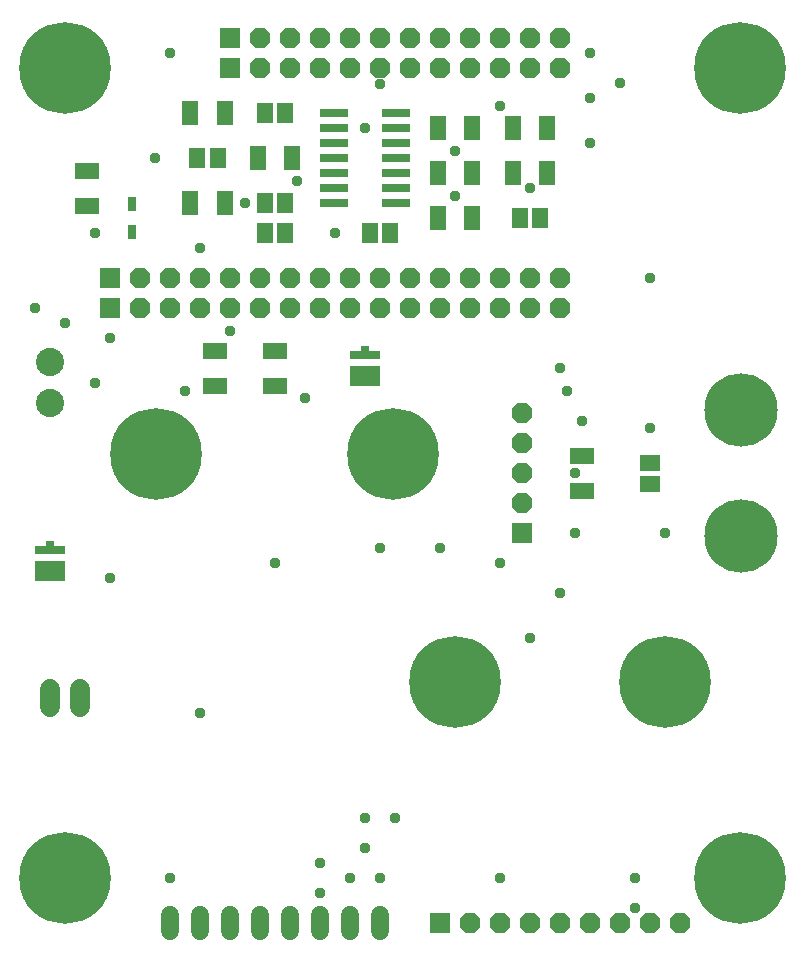
<source format=gbr>
G04 EAGLE Gerber RS-274X export*
G75*
%MOMM*%
%FSLAX34Y34*%
%LPD*%
%INSoldermask Top*%
%IPPOS*%
%AMOC8*
5,1,8,0,0,1.08239X$1,22.5*%
G01*
G04 Define Apertures*
%ADD10R,1.367800X1.668500*%
%ADD11R,1.727200X1.727200*%
%ADD12P,1.8695X8X22.5*%
%ADD13C,2.387600*%
%ADD14R,2.403200X0.803200*%
%ADD15R,1.367800X2.018500*%
%ADD16P,1.8695X8X112.5*%
%ADD17R,1.668500X1.367800*%
%ADD18R,2.018500X1.367800*%
%ADD19C,1.524000*%
%ADD20R,2.603200X1.803200*%
%ADD21R,2.603200X0.803200*%
%ADD22R,0.703200X0.503200*%
%ADD23C,2.903200*%
%ADD24C,7.753200*%
%ADD25R,0.703200X1.303200*%
%ADD26C,1.727200*%
%ADD27C,2.403200*%
%ADD28C,6.203200*%
%ADD29C,0.959600*%
D10*
X232546Y711200D03*
X250054Y711200D03*
X338954Y609600D03*
X321446Y609600D03*
X175396Y673100D03*
X192904Y673100D03*
X250054Y635000D03*
X232546Y635000D03*
X232546Y609600D03*
X250054Y609600D03*
X448446Y622300D03*
X465954Y622300D03*
D11*
X101600Y546100D03*
D12*
X127000Y546100D03*
X152400Y546100D03*
X177800Y546100D03*
X203200Y546100D03*
X228600Y546100D03*
X254000Y546100D03*
X279400Y546100D03*
X304800Y546100D03*
X330200Y546100D03*
X355600Y546100D03*
X381000Y546100D03*
X406400Y546100D03*
X431800Y546100D03*
X457200Y546100D03*
X482600Y546100D03*
D11*
X203200Y749300D03*
D12*
X228600Y749300D03*
X254000Y749300D03*
X279400Y749300D03*
X304800Y749300D03*
X330200Y749300D03*
X355600Y749300D03*
X381000Y749300D03*
X406400Y749300D03*
X431800Y749300D03*
X457200Y749300D03*
X482600Y749300D03*
D11*
X101600Y571500D03*
D12*
X127000Y571500D03*
X152400Y571500D03*
X177800Y571500D03*
X203200Y571500D03*
X228600Y571500D03*
X254000Y571500D03*
X279400Y571500D03*
X304800Y571500D03*
X330200Y571500D03*
X355600Y571500D03*
X381000Y571500D03*
X406400Y571500D03*
X431800Y571500D03*
X457200Y571500D03*
X482600Y571500D03*
D11*
X203200Y774700D03*
D12*
X228600Y774700D03*
X254000Y774700D03*
X279400Y774700D03*
X304800Y774700D03*
X330200Y774700D03*
X355600Y774700D03*
X381000Y774700D03*
X406400Y774700D03*
X431800Y774700D03*
X457200Y774700D03*
X482600Y774700D03*
D13*
X50782Y500600D03*
X50782Y465600D03*
D14*
X291500Y698500D03*
X291500Y635000D03*
X291500Y711200D03*
X291500Y685800D03*
X291500Y673100D03*
X343500Y635000D03*
X291500Y647700D03*
X291500Y660400D03*
X343500Y647700D03*
X343500Y660400D03*
X343500Y673100D03*
X343500Y685800D03*
X343500Y698500D03*
X343500Y711200D03*
D15*
X408454Y622300D03*
X378946Y622300D03*
X408454Y698500D03*
X378946Y698500D03*
X256054Y673100D03*
X226546Y673100D03*
X198904Y635000D03*
X169396Y635000D03*
X198904Y711200D03*
X169396Y711200D03*
X378946Y660400D03*
X408454Y660400D03*
X442446Y660400D03*
X471954Y660400D03*
X471954Y698500D03*
X442446Y698500D03*
D11*
X450850Y355600D03*
D16*
X450850Y381000D03*
X450850Y406400D03*
X450850Y431800D03*
X450850Y457200D03*
D17*
X558800Y397646D03*
X558800Y415154D03*
D18*
X501650Y391646D03*
X501650Y421154D03*
D19*
X152400Y32004D02*
X152400Y18796D01*
X177800Y18796D02*
X177800Y32004D01*
X203200Y32004D02*
X203200Y18796D01*
X228600Y18796D02*
X228600Y32004D01*
X254000Y32004D02*
X254000Y18796D01*
X279400Y18796D02*
X279400Y32004D01*
X304800Y32004D02*
X304800Y18796D01*
X330200Y18796D02*
X330200Y32004D01*
D20*
X50800Y323700D03*
D21*
X50800Y341700D03*
D22*
X50800Y346200D03*
D20*
X317500Y488800D03*
D21*
X317500Y506800D03*
D22*
X317500Y511300D03*
D18*
X241300Y510054D03*
X241300Y480546D03*
X190500Y510054D03*
X190500Y480546D03*
D11*
X381000Y25400D03*
D12*
X406400Y25400D03*
X431800Y25400D03*
X457200Y25400D03*
X482600Y25400D03*
X508000Y25400D03*
X533400Y25400D03*
X558800Y25400D03*
X584200Y25400D03*
D23*
X140970Y422910D03*
D24*
X140970Y422910D03*
D23*
X341630Y422910D03*
D24*
X341630Y422910D03*
D23*
X571500Y229870D03*
D24*
X571500Y229870D03*
D23*
X393700Y229870D03*
D24*
X393700Y229870D03*
D25*
X120650Y634050D03*
X120650Y610550D03*
D18*
X82550Y662454D03*
X82550Y632946D03*
D26*
X50800Y223520D02*
X50800Y208280D01*
X76200Y208280D02*
X76200Y223520D01*
D27*
X636270Y353060D03*
D28*
X636270Y353060D03*
D27*
X636270Y459740D03*
D28*
X636270Y459740D03*
D23*
X635000Y63500D03*
D24*
X635000Y63500D03*
D23*
X63500Y63500D03*
D24*
X63500Y63500D03*
D23*
X63500Y749300D03*
D24*
X63500Y749300D03*
D23*
X635000Y749300D03*
D24*
X635000Y749300D03*
D29*
X139700Y673100D03*
X260350Y654050D03*
X215900Y635000D03*
X292100Y609600D03*
X393700Y641350D03*
X317500Y698500D03*
X533400Y736600D03*
X558800Y571500D03*
X558800Y444500D03*
X431800Y330200D03*
X266700Y469900D03*
X101600Y317500D03*
X88900Y482600D03*
X101600Y520700D03*
X63500Y533400D03*
X38100Y546100D03*
X88900Y609600D03*
X152400Y762000D03*
X508000Y762000D03*
X457200Y647700D03*
X431800Y63500D03*
X546100Y63500D03*
X279400Y50800D03*
X152400Y63500D03*
X177800Y203200D03*
X241300Y330200D03*
X203200Y527050D03*
X165100Y476250D03*
X546234Y38234D03*
X177800Y596900D03*
X393700Y679450D03*
X330200Y736374D03*
X431800Y717550D03*
X501424Y450850D03*
X279400Y76200D03*
X317500Y114300D03*
X342900Y114300D03*
X317500Y88900D03*
X488950Y476250D03*
X482600Y495300D03*
X482600Y304800D03*
X457200Y266700D03*
X330200Y342900D03*
X381000Y342900D03*
X508000Y685800D03*
X330200Y63500D03*
X508000Y723900D03*
X304800Y63500D03*
X495300Y355600D03*
X571500Y355600D03*
X495300Y406400D03*
M02*

</source>
